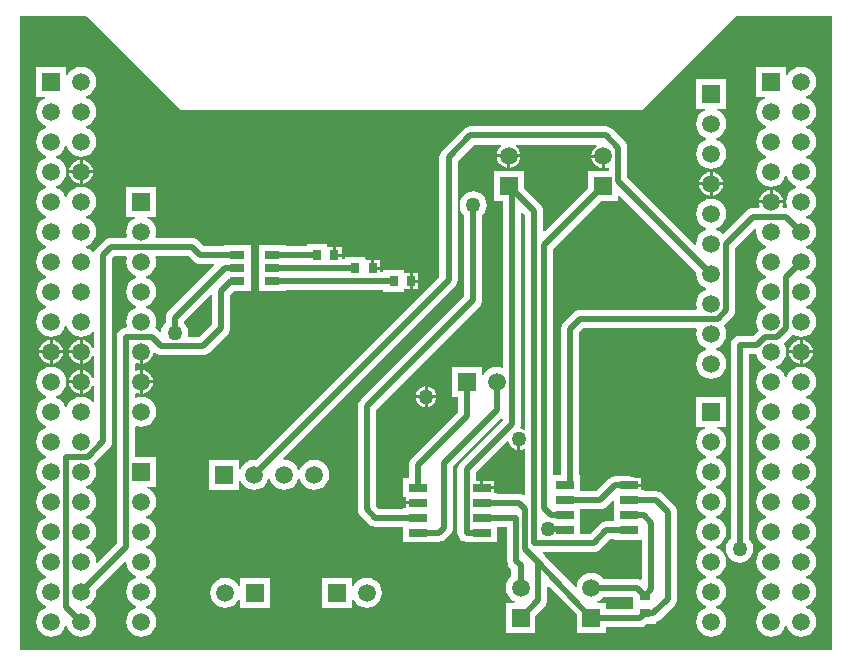
<source format=gtl>
G04*
G04 #@! TF.GenerationSoftware,Altium Limited,Altium Designer,18.1.6 (161)*
G04*
G04 Layer_Physical_Order=1*
G04 Layer_Color=255*
%FSLAX25Y25*%
%MOIN*%
G70*
G01*
G75*
%ADD14R,0.06004X0.02559*%
%ADD15R,0.03543X0.02756*%
%ADD16R,0.05118X0.02756*%
%ADD17R,0.02756X0.03543*%
%ADD26C,0.02000*%
%ADD27R,0.05906X0.05906*%
%ADD28C,0.05906*%
%ADD29R,0.05906X0.05906*%
%ADD30C,0.05000*%
G36*
X273042Y2549D02*
X2549D01*
Y213986D01*
X24535D01*
X52332Y186190D01*
X55284Y183237D01*
X55284Y183237D01*
X55284Y183237D01*
X55664Y182983D01*
X56111Y182685D01*
X56111Y182685D01*
X56111Y182684D01*
X56541Y182599D01*
X57086Y182490D01*
X57087Y182490D01*
X57087Y182490D01*
X208661D01*
X209637Y182684D01*
X210464Y183237D01*
X218338Y191111D01*
X241213Y213986D01*
X273042D01*
Y2549D01*
D02*
G37*
%LPC*%
G36*
X262795Y196964D02*
X261502Y196794D01*
X260297Y196295D01*
X259263Y195501D01*
X258469Y194466D01*
X258248Y193933D01*
X257748Y194032D01*
Y196921D01*
X247843D01*
Y187016D01*
X250732D01*
X250831Y186516D01*
X250297Y186295D01*
X249263Y185501D01*
X248469Y184466D01*
X247970Y183262D01*
X247800Y181969D01*
X247970Y180676D01*
X248469Y179471D01*
X249263Y178436D01*
X250297Y177642D01*
X251271Y177239D01*
Y176698D01*
X250297Y176295D01*
X249263Y175501D01*
X248469Y174466D01*
X247970Y173261D01*
X247800Y171969D01*
X247970Y170676D01*
X248469Y169471D01*
X249263Y168436D01*
X250297Y167642D01*
X251271Y167239D01*
Y166698D01*
X250297Y166295D01*
X249263Y165501D01*
X248469Y164466D01*
X247970Y163261D01*
X247800Y161969D01*
X247970Y160676D01*
X248469Y159471D01*
X249263Y158436D01*
X250297Y157642D01*
X251502Y157143D01*
X252795Y156973D01*
X254088Y157143D01*
X255293Y157642D01*
X256328Y158436D01*
X257121Y159471D01*
X257525Y160444D01*
X258066D01*
X258469Y159471D01*
X259263Y158436D01*
X260297Y157642D01*
X261271Y157239D01*
Y156698D01*
X260297Y156295D01*
X259263Y155501D01*
X258469Y154466D01*
X257970Y153261D01*
X257800Y151969D01*
X257970Y150676D01*
X258075Y150422D01*
X257961Y150273D01*
X257698Y150026D01*
X256719D01*
X256441Y150442D01*
X256646Y150937D01*
X256716Y151469D01*
X252795D01*
Y151969D01*
D01*
Y151469D01*
X248874D01*
X248944Y150937D01*
X249149Y150442D01*
X248871Y150026D01*
X246900D01*
X246117Y149923D01*
X245387Y149620D01*
X244760Y149140D01*
X244760Y149140D01*
X236933Y141313D01*
X236435Y141346D01*
X236328Y141485D01*
X235293Y142279D01*
X234320Y142682D01*
Y143223D01*
X235293Y143626D01*
X236328Y144420D01*
X237121Y145455D01*
X237620Y146660D01*
X237791Y147953D01*
X237620Y149246D01*
X237121Y150450D01*
X236328Y151485D01*
X235293Y152279D01*
X234088Y152778D01*
X232795Y152948D01*
X231502Y152778D01*
X230297Y152279D01*
X229263Y151485D01*
X228469Y150450D01*
X227970Y149246D01*
X227800Y147953D01*
X227970Y146660D01*
X228469Y145455D01*
X229263Y144420D01*
X230297Y143626D01*
X231271Y143223D01*
Y142682D01*
X230297Y142279D01*
X229263Y141485D01*
X228469Y140450D01*
X227970Y139245D01*
X227800Y137953D01*
X227808Y137889D01*
X227360Y137667D01*
X204926Y160101D01*
Y170000D01*
X204926Y170000D01*
X204823Y170783D01*
X204521Y171513D01*
X204040Y172140D01*
X204040Y172140D01*
X199940Y176240D01*
X199313Y176720D01*
X198583Y177023D01*
X197800Y177126D01*
X152500D01*
X152500Y177126D01*
X151717Y177023D01*
X150987Y176720D01*
X150360Y176240D01*
X143160Y169040D01*
X142680Y168413D01*
X142377Y167683D01*
X142274Y166900D01*
Y127026D01*
X81184Y65936D01*
X80551Y66019D01*
X79258Y65849D01*
X78053Y65350D01*
X77019Y64556D01*
X76225Y63521D01*
X76004Y62988D01*
X75504Y63087D01*
Y65976D01*
X65598D01*
Y56071D01*
X75504D01*
Y58960D01*
X76004Y59060D01*
X76225Y58526D01*
X77019Y57491D01*
X78053Y56697D01*
X79258Y56198D01*
X80551Y56028D01*
X81844Y56198D01*
X83049Y56697D01*
X84083Y57491D01*
X84877Y58526D01*
X85281Y59499D01*
X85822D01*
X86225Y58526D01*
X87019Y57491D01*
X88054Y56697D01*
X89258Y56198D01*
X90551Y56028D01*
X91844Y56198D01*
X93049Y56697D01*
X94083Y57491D01*
X94877Y58526D01*
X95281Y59499D01*
X95822D01*
X96225Y58526D01*
X97019Y57491D01*
X98053Y56697D01*
X99258Y56198D01*
X100551Y56028D01*
X101844Y56198D01*
X103049Y56697D01*
X104084Y57491D01*
X104877Y58526D01*
X105377Y59731D01*
X105547Y61024D01*
X105377Y62317D01*
X104877Y63521D01*
X104084Y64556D01*
X103049Y65350D01*
X101844Y65849D01*
X100551Y66019D01*
X99258Y65849D01*
X98053Y65350D01*
X97019Y64556D01*
X96225Y63521D01*
X95822Y62548D01*
X95281D01*
X94877Y63521D01*
X94083Y64556D01*
X93049Y65350D01*
X91844Y65849D01*
X90551Y66019D01*
X90487Y66011D01*
X90266Y66459D01*
X147440Y123633D01*
X147921Y124259D01*
X148223Y124989D01*
X148326Y125772D01*
Y165647D01*
X153753Y171074D01*
X162929D01*
X163099Y170574D01*
X162535Y170142D01*
X161902Y169316D01*
X161503Y168355D01*
X161433Y167823D01*
X165354D01*
X169275D01*
X169205Y168355D01*
X168807Y169316D01*
X168174Y170142D01*
X167610Y170574D01*
X167780Y171074D01*
X194527D01*
X194697Y170574D01*
X194031Y170063D01*
X193398Y169238D01*
X192999Y168276D01*
X192929Y167744D01*
X196850D01*
Y167244D01*
X197350D01*
Y163323D01*
X197882Y163393D01*
X198374Y163597D01*
X198874Y163263D01*
Y162197D01*
X191898D01*
Y156571D01*
X177388Y142061D01*
X176926Y142252D01*
Y148777D01*
X176823Y149560D01*
X176521Y150290D01*
X176040Y150917D01*
X170307Y156649D01*
Y162276D01*
X160402D01*
Y152370D01*
X163374D01*
Y96969D01*
X162958Y96691D01*
X162710Y96794D01*
X161417Y96964D01*
X160124Y96794D01*
X158920Y96295D01*
X157885Y95501D01*
X157091Y94466D01*
X156870Y93933D01*
X156370Y94032D01*
Y96921D01*
X146465D01*
Y87016D01*
X148391D01*
Y81804D01*
X132853Y66266D01*
X132372Y65639D01*
X132069Y64909D01*
X131966Y64126D01*
Y59992D01*
X129990D01*
Y53433D01*
X130990D01*
Y52213D01*
X134992D01*
Y51213D01*
X130990D01*
Y49992D01*
X129990D01*
Y49738D01*
X122120D01*
X121136Y50722D01*
Y82557D01*
X155683Y117104D01*
X156164Y117730D01*
X156466Y118460D01*
X156569Y119243D01*
X156569Y119243D01*
Y147550D01*
X156753Y147691D01*
X157474Y148631D01*
X157928Y149725D01*
X158082Y150900D01*
X157928Y152075D01*
X157474Y153169D01*
X156753Y154109D01*
X155813Y154831D01*
X154718Y155284D01*
X153543Y155439D01*
X152369Y155284D01*
X151274Y154831D01*
X150334Y154109D01*
X149613Y153169D01*
X149159Y152075D01*
X149004Y150900D01*
X149159Y149725D01*
X149613Y148631D01*
X150334Y147691D01*
X150517Y147550D01*
Y120497D01*
X115971Y85950D01*
X115490Y85323D01*
X115187Y84593D01*
X115084Y83810D01*
Y49469D01*
X115187Y48686D01*
X115490Y47956D01*
X115971Y47329D01*
X118727Y44573D01*
X119353Y44092D01*
X120083Y43790D01*
X120866Y43687D01*
X129990D01*
Y38433D01*
X139994D01*
Y38687D01*
X142106D01*
X142889Y38790D01*
X143619Y39092D01*
X144246Y39573D01*
X145840Y41168D01*
X146321Y41794D01*
X146624Y42524D01*
X146727Y43307D01*
Y63707D01*
X162864Y79845D01*
X163318Y79665D01*
X163360Y79239D01*
X149160Y65040D01*
X148679Y64413D01*
X148377Y63683D01*
X148274Y62900D01*
Y41713D01*
X148377Y40929D01*
X148679Y40200D01*
X149160Y39573D01*
X149787Y39092D01*
X150517Y38790D01*
X151300Y38687D01*
X151345D01*
Y38433D01*
X161349D01*
Y43687D01*
X164874D01*
Y32221D01*
X164977Y31437D01*
X165279Y30708D01*
X165760Y30081D01*
X166265Y29576D01*
Y27240D01*
X165759Y26851D01*
X164965Y25817D01*
X164466Y24612D01*
X164296Y23319D01*
X164466Y22026D01*
X164965Y20821D01*
X165759Y19787D01*
X166794Y18993D01*
X167327Y18772D01*
X167228Y18272D01*
X164339D01*
Y8366D01*
X174244D01*
Y13993D01*
X177336Y17085D01*
X177817Y17712D01*
X178120Y18441D01*
X178223Y19225D01*
X178223Y19225D01*
Y23742D01*
X178687Y23927D01*
X187961Y14145D01*
Y8366D01*
X197866D01*
Y10293D01*
X209185D01*
X209607Y10349D01*
X209968Y10396D01*
X209968Y10396D01*
X209968Y10396D01*
X210299Y10533D01*
X210698Y10699D01*
X210698Y10699D01*
X210698Y10699D01*
X210929Y10876D01*
X211325Y11179D01*
X211531Y11386D01*
X214402D01*
Y11856D01*
X215096Y12143D01*
X215722Y12624D01*
X220644Y17545D01*
X221125Y18172D01*
X221427Y18902D01*
X221530Y19685D01*
X221530Y19685D01*
Y48563D01*
X221427Y49346D01*
X221125Y50076D01*
X220644Y50703D01*
X216706Y54640D01*
X216080Y55121D01*
X215350Y55423D01*
X214567Y55526D01*
X210561D01*
Y55780D01*
X209561D01*
Y57000D01*
X205559D01*
Y58000D01*
X209561D01*
Y59780D01*
X207516D01*
X207072Y60121D01*
X206342Y60423D01*
X205559Y60526D01*
X200800D01*
X200800Y60526D01*
X200017Y60423D01*
X199287Y60121D01*
X198660Y59640D01*
X194547Y55526D01*
X189207D01*
Y60780D01*
X188926D01*
Y108446D01*
X190453Y109974D01*
X227822D01*
X228099Y109558D01*
X227970Y109246D01*
X227800Y107953D01*
X227970Y106660D01*
X228469Y105455D01*
X229263Y104420D01*
X230297Y103626D01*
X231271Y103223D01*
Y102682D01*
X230297Y102279D01*
X229263Y101485D01*
X228469Y100450D01*
X227970Y99246D01*
X227800Y97953D01*
X227970Y96660D01*
X228469Y95455D01*
X229263Y94420D01*
X230297Y93626D01*
X231502Y93127D01*
X232795Y92957D01*
X234088Y93127D01*
X235293Y93626D01*
X236328Y94420D01*
X237121Y95455D01*
X237620Y96660D01*
X237791Y97953D01*
X237620Y99246D01*
X237121Y100450D01*
X236328Y101485D01*
X235293Y102279D01*
X234320Y102682D01*
Y103223D01*
X235293Y103626D01*
X236328Y104420D01*
X237121Y105455D01*
X237620Y106660D01*
X237791Y107953D01*
X237620Y109246D01*
X237121Y110450D01*
X236930Y110699D01*
X237140Y110860D01*
X239940Y113660D01*
X240421Y114287D01*
X240723Y115017D01*
X240774Y115408D01*
X240826Y115800D01*
X240826Y115800D01*
Y136647D01*
X247469Y143290D01*
X247943Y143057D01*
X247800Y141969D01*
X247970Y140676D01*
X248469Y139471D01*
X249263Y138436D01*
X250297Y137642D01*
X251271Y137239D01*
Y136698D01*
X250297Y136295D01*
X249263Y135501D01*
X248469Y134466D01*
X247970Y133262D01*
X247800Y131969D01*
X247970Y130676D01*
X248469Y129471D01*
X249263Y128436D01*
X250297Y127642D01*
X251271Y127239D01*
Y126698D01*
X250297Y126295D01*
X249263Y125501D01*
X248469Y124466D01*
X247970Y123261D01*
X247800Y121969D01*
X247970Y120676D01*
X248469Y119471D01*
X249263Y118436D01*
X250297Y117642D01*
X251271Y117239D01*
Y116698D01*
X250297Y116295D01*
X249263Y115501D01*
X248469Y114466D01*
X247970Y113261D01*
X247800Y111969D01*
X247970Y110676D01*
X248469Y109471D01*
X248630Y109261D01*
X248604Y109061D01*
X246843Y107300D01*
X242326D01*
X241543Y107197D01*
X240813Y106895D01*
X240186Y106414D01*
X239705Y105787D01*
X239403Y105057D01*
X239300Y104274D01*
Y39645D01*
X239116Y39504D01*
X238395Y38564D01*
X237942Y37470D01*
X237787Y36295D01*
X237942Y35120D01*
X238395Y34025D01*
X239116Y33085D01*
X240056Y32364D01*
X241151Y31911D01*
X242326Y31756D01*
X243501Y31911D01*
X244595Y32364D01*
X245535Y33085D01*
X246257Y34025D01*
X246710Y35120D01*
X246865Y36295D01*
X246710Y37470D01*
X246257Y38564D01*
X245535Y39504D01*
X245352Y39645D01*
Y101248D01*
X247895D01*
X247970Y100676D01*
X248469Y99471D01*
X249263Y98436D01*
X250297Y97642D01*
X251271Y97239D01*
Y96698D01*
X250297Y96295D01*
X249263Y95501D01*
X248469Y94466D01*
X247970Y93261D01*
X247800Y91969D01*
X247970Y90676D01*
X248469Y89471D01*
X249263Y88436D01*
X250297Y87642D01*
X251271Y87239D01*
Y86698D01*
X250297Y86295D01*
X249263Y85501D01*
X248469Y84466D01*
X247970Y83262D01*
X247800Y81969D01*
X247970Y80676D01*
X248469Y79471D01*
X249263Y78436D01*
X250297Y77642D01*
X251271Y77239D01*
Y76698D01*
X250297Y76295D01*
X249263Y75501D01*
X248469Y74466D01*
X247970Y73261D01*
X247800Y71969D01*
X247970Y70676D01*
X248469Y69471D01*
X249263Y68436D01*
X250297Y67642D01*
X251271Y67239D01*
Y66698D01*
X250297Y66295D01*
X249263Y65501D01*
X248469Y64466D01*
X247970Y63261D01*
X247800Y61969D01*
X247970Y60676D01*
X248469Y59471D01*
X249263Y58436D01*
X250297Y57642D01*
X251271Y57239D01*
Y56698D01*
X250297Y56295D01*
X249263Y55501D01*
X248469Y54466D01*
X247970Y53262D01*
X247800Y51969D01*
X247970Y50676D01*
X248469Y49471D01*
X249263Y48436D01*
X250297Y47642D01*
X251271Y47239D01*
Y46698D01*
X250297Y46295D01*
X249263Y45501D01*
X248469Y44466D01*
X247970Y43262D01*
X247800Y41969D01*
X247970Y40676D01*
X248469Y39471D01*
X249263Y38436D01*
X250297Y37642D01*
X251271Y37239D01*
Y36698D01*
X250297Y36295D01*
X249263Y35501D01*
X248469Y34466D01*
X247970Y33261D01*
X247800Y31969D01*
X247970Y30676D01*
X248469Y29471D01*
X249263Y28436D01*
X250297Y27642D01*
X251271Y27239D01*
Y26698D01*
X250297Y26295D01*
X249263Y25501D01*
X248469Y24466D01*
X247970Y23261D01*
X247800Y21969D01*
X247970Y20676D01*
X248469Y19471D01*
X249263Y18436D01*
X250297Y17642D01*
X251271Y17239D01*
Y16698D01*
X250297Y16295D01*
X249263Y15501D01*
X248469Y14466D01*
X247970Y13262D01*
X247800Y11969D01*
X247970Y10676D01*
X248469Y9471D01*
X249263Y8436D01*
X250297Y7642D01*
X251502Y7143D01*
X252795Y6973D01*
X254088Y7143D01*
X255293Y7642D01*
X256328Y8436D01*
X257121Y9471D01*
X257525Y10444D01*
X258066D01*
X258469Y9471D01*
X259263Y8436D01*
X260297Y7642D01*
X261502Y7143D01*
X262795Y6973D01*
X264088Y7143D01*
X265293Y7642D01*
X266328Y8436D01*
X267121Y9471D01*
X267620Y10676D01*
X267791Y11969D01*
X267620Y13262D01*
X267121Y14466D01*
X266328Y15501D01*
X265293Y16295D01*
X264320Y16698D01*
Y17239D01*
X265293Y17642D01*
X266328Y18436D01*
X267121Y19471D01*
X267620Y20676D01*
X267791Y21969D01*
X267620Y23261D01*
X267121Y24466D01*
X266328Y25501D01*
X265293Y26295D01*
X264320Y26698D01*
Y27239D01*
X265293Y27642D01*
X266328Y28436D01*
X267121Y29471D01*
X267620Y30676D01*
X267791Y31969D01*
X267620Y33261D01*
X267121Y34466D01*
X266328Y35501D01*
X265293Y36295D01*
X264320Y36698D01*
Y37239D01*
X265293Y37642D01*
X266328Y38436D01*
X267121Y39471D01*
X267620Y40676D01*
X267791Y41969D01*
X267620Y43262D01*
X267121Y44466D01*
X266328Y45501D01*
X265293Y46295D01*
X264320Y46698D01*
Y47239D01*
X265293Y47642D01*
X266328Y48436D01*
X267121Y49471D01*
X267620Y50676D01*
X267791Y51969D01*
X267620Y53262D01*
X267121Y54466D01*
X266328Y55501D01*
X265293Y56295D01*
X264320Y56698D01*
Y57239D01*
X265293Y57642D01*
X266328Y58436D01*
X267121Y59471D01*
X267620Y60676D01*
X267791Y61969D01*
X267620Y63261D01*
X267121Y64466D01*
X266328Y65501D01*
X265293Y66295D01*
X264320Y66698D01*
Y67239D01*
X265293Y67642D01*
X266328Y68436D01*
X267121Y69471D01*
X267620Y70676D01*
X267791Y71969D01*
X267620Y73261D01*
X267121Y74466D01*
X266328Y75501D01*
X265293Y76295D01*
X264320Y76698D01*
Y77239D01*
X265293Y77642D01*
X266328Y78436D01*
X267121Y79471D01*
X267620Y80676D01*
X267791Y81969D01*
X267620Y83262D01*
X267121Y84466D01*
X266328Y85501D01*
X265293Y86295D01*
X264320Y86698D01*
Y87239D01*
X265293Y87642D01*
X266328Y88436D01*
X267121Y89471D01*
X267620Y90676D01*
X267791Y91969D01*
X267620Y93261D01*
X267121Y94466D01*
X266328Y95501D01*
X265293Y96295D01*
X264088Y96794D01*
X262795Y96964D01*
X261502Y96794D01*
X260297Y96295D01*
X259263Y95501D01*
X258469Y94466D01*
X258066Y93493D01*
X257525D01*
X257121Y94466D01*
X256328Y95501D01*
X255293Y96295D01*
X254320Y96698D01*
Y97239D01*
X255293Y97642D01*
X256328Y98436D01*
X257121Y99471D01*
X257621Y100676D01*
X257791Y101969D01*
X257621Y103261D01*
X257121Y104466D01*
X256947Y104694D01*
X257061Y104782D01*
X259940Y107660D01*
X260064Y107822D01*
X260297Y107642D01*
X261502Y107143D01*
X262795Y106973D01*
X264088Y107143D01*
X265293Y107642D01*
X266328Y108436D01*
X267121Y109471D01*
X267620Y110676D01*
X267791Y111969D01*
X267620Y113261D01*
X267121Y114466D01*
X266328Y115501D01*
X265293Y116295D01*
X264320Y116698D01*
Y117239D01*
X265293Y117642D01*
X266328Y118436D01*
X267121Y119471D01*
X267620Y120676D01*
X267791Y121969D01*
X267620Y123261D01*
X267121Y124466D01*
X266328Y125501D01*
X265293Y126295D01*
X264320Y126698D01*
Y127239D01*
X265293Y127642D01*
X266328Y128436D01*
X267121Y129471D01*
X267620Y130676D01*
X267791Y131969D01*
X267620Y133262D01*
X267121Y134466D01*
X266328Y135501D01*
X265293Y136295D01*
X264320Y136698D01*
Y137239D01*
X265293Y137642D01*
X266328Y138436D01*
X267121Y139471D01*
X267620Y140676D01*
X267791Y141969D01*
X267620Y143262D01*
X267121Y144466D01*
X266328Y145501D01*
X265293Y146295D01*
X264320Y146698D01*
Y147239D01*
X265293Y147642D01*
X266328Y148436D01*
X267121Y149471D01*
X267620Y150676D01*
X267791Y151969D01*
X267620Y153261D01*
X267121Y154466D01*
X266328Y155501D01*
X265293Y156295D01*
X264320Y156698D01*
Y157239D01*
X265293Y157642D01*
X266328Y158436D01*
X267121Y159471D01*
X267620Y160676D01*
X267791Y161969D01*
X267620Y163261D01*
X267121Y164466D01*
X266328Y165501D01*
X265293Y166295D01*
X264320Y166698D01*
Y167239D01*
X265293Y167642D01*
X266328Y168436D01*
X267121Y169471D01*
X267620Y170676D01*
X267791Y171969D01*
X267620Y173261D01*
X267121Y174466D01*
X266328Y175501D01*
X265293Y176295D01*
X264320Y176698D01*
Y177239D01*
X265293Y177642D01*
X266328Y178436D01*
X267121Y179471D01*
X267620Y180676D01*
X267791Y181969D01*
X267620Y183262D01*
X267121Y184466D01*
X266328Y185501D01*
X265293Y186295D01*
X264320Y186698D01*
Y187239D01*
X265293Y187642D01*
X266328Y188436D01*
X267121Y189471D01*
X267620Y190676D01*
X267791Y191969D01*
X267620Y193262D01*
X267121Y194466D01*
X266328Y195501D01*
X265293Y196295D01*
X264088Y196794D01*
X262795Y196964D01*
D02*
G37*
G36*
X22795D02*
X21502Y196794D01*
X20298Y196295D01*
X19263Y195501D01*
X18469Y194466D01*
X18248Y193933D01*
X17748Y194032D01*
Y196921D01*
X7842D01*
Y187016D01*
X10732D01*
X10831Y186516D01*
X10298Y186295D01*
X9263Y185501D01*
X8469Y184466D01*
X7970Y183262D01*
X7800Y181969D01*
X7970Y180676D01*
X8469Y179471D01*
X9263Y178436D01*
X10298Y177642D01*
X11271Y177239D01*
Y176698D01*
X10298Y176295D01*
X9263Y175501D01*
X8469Y174466D01*
X7970Y173261D01*
X7800Y171969D01*
X7970Y170676D01*
X8469Y169471D01*
X9263Y168436D01*
X10298Y167642D01*
X11271Y167239D01*
Y166698D01*
X10298Y166295D01*
X9263Y165501D01*
X8469Y164466D01*
X7970Y163261D01*
X7800Y161969D01*
X7970Y160676D01*
X8469Y159471D01*
X9263Y158436D01*
X10298Y157642D01*
X11271Y157239D01*
Y156698D01*
X10298Y156295D01*
X9263Y155501D01*
X8469Y154466D01*
X7970Y153261D01*
X7800Y151969D01*
X7970Y150676D01*
X8469Y149471D01*
X9263Y148436D01*
X10298Y147642D01*
X11271Y147239D01*
Y146698D01*
X10298Y146295D01*
X9263Y145501D01*
X8469Y144466D01*
X7970Y143262D01*
X7800Y141969D01*
X7970Y140676D01*
X8469Y139471D01*
X9263Y138436D01*
X10298Y137642D01*
X11271Y137239D01*
Y136698D01*
X10298Y136295D01*
X9263Y135501D01*
X8469Y134466D01*
X7970Y133262D01*
X7800Y131969D01*
X7970Y130676D01*
X8469Y129471D01*
X9263Y128436D01*
X10298Y127642D01*
X11271Y127239D01*
Y126698D01*
X10298Y126295D01*
X9263Y125501D01*
X8469Y124466D01*
X7970Y123261D01*
X7800Y121969D01*
X7970Y120676D01*
X8469Y119471D01*
X9263Y118436D01*
X10298Y117642D01*
X11271Y117239D01*
Y116698D01*
X10298Y116295D01*
X9263Y115501D01*
X8469Y114466D01*
X7970Y113261D01*
X7800Y111969D01*
X7970Y110676D01*
X8469Y109471D01*
X9263Y108436D01*
X10298Y107642D01*
X11502Y107143D01*
X12795Y106973D01*
X14088Y107143D01*
X15293Y107642D01*
X16328Y108436D01*
X17121Y109471D01*
X17525Y110444D01*
X18066D01*
X18469Y109471D01*
X19263Y108436D01*
X20298Y107642D01*
X21502Y107143D01*
X22795Y106973D01*
X24088Y107143D01*
X25293Y107642D01*
X26327Y108436D01*
X26674Y108888D01*
X27174Y108718D01*
Y102821D01*
X26674Y102789D01*
X26646Y103000D01*
X26248Y103962D01*
X25614Y104788D01*
X24789Y105421D01*
X23827Y105820D01*
X23295Y105890D01*
Y101969D01*
Y98048D01*
X23827Y98118D01*
X24789Y98516D01*
X25614Y99150D01*
X26248Y99975D01*
X26646Y100937D01*
X26674Y101149D01*
X27174Y101116D01*
Y92821D01*
X26674Y92789D01*
X26646Y93001D01*
X26248Y93962D01*
X25614Y94788D01*
X24789Y95421D01*
X23827Y95820D01*
X23295Y95890D01*
Y91969D01*
Y88048D01*
X23827Y88118D01*
X24789Y88516D01*
X25614Y89149D01*
X26248Y89975D01*
X26646Y90937D01*
X26674Y91149D01*
X27174Y91116D01*
Y85219D01*
X26674Y85049D01*
X26327Y85501D01*
X25293Y86295D01*
X24088Y86794D01*
X22795Y86964D01*
X21502Y86794D01*
X20298Y86295D01*
X19263Y85501D01*
X18469Y84466D01*
X18066Y83493D01*
X17525D01*
X17121Y84466D01*
X16328Y85501D01*
X15293Y86295D01*
X14320Y86698D01*
Y87239D01*
X15293Y87642D01*
X16328Y88436D01*
X17121Y89471D01*
X17620Y90676D01*
X17791Y91969D01*
X17620Y93261D01*
X17121Y94466D01*
X16328Y95501D01*
X15293Y96295D01*
X14088Y96794D01*
X12795Y96964D01*
X11502Y96794D01*
X10298Y96295D01*
X9263Y95501D01*
X8469Y94466D01*
X7970Y93261D01*
X7800Y91969D01*
X7970Y90676D01*
X8469Y89471D01*
X9263Y88436D01*
X10298Y87642D01*
X11271Y87239D01*
Y86698D01*
X10298Y86295D01*
X9263Y85501D01*
X8469Y84466D01*
X7970Y83262D01*
X7800Y81969D01*
X7970Y80676D01*
X8469Y79471D01*
X9263Y78436D01*
X10298Y77642D01*
X11271Y77239D01*
Y76698D01*
X10298Y76295D01*
X9263Y75501D01*
X8469Y74466D01*
X7970Y73261D01*
X7800Y71969D01*
X7970Y70676D01*
X8469Y69471D01*
X9263Y68436D01*
X10298Y67642D01*
X11271Y67239D01*
Y66698D01*
X10298Y66295D01*
X9263Y65501D01*
X8469Y64466D01*
X7970Y63261D01*
X7800Y61969D01*
X7970Y60676D01*
X8469Y59471D01*
X9263Y58436D01*
X10298Y57642D01*
X11271Y57239D01*
Y56698D01*
X10298Y56295D01*
X9263Y55501D01*
X8469Y54466D01*
X7970Y53262D01*
X7800Y51969D01*
X7970Y50676D01*
X8469Y49471D01*
X9263Y48436D01*
X10298Y47642D01*
X11271Y47239D01*
Y46698D01*
X10298Y46295D01*
X9263Y45501D01*
X8469Y44466D01*
X7970Y43262D01*
X7800Y41969D01*
X7970Y40676D01*
X8469Y39471D01*
X9263Y38436D01*
X10298Y37642D01*
X11271Y37239D01*
Y36698D01*
X10298Y36295D01*
X9263Y35501D01*
X8469Y34466D01*
X7970Y33261D01*
X7800Y31969D01*
X7970Y30676D01*
X8469Y29471D01*
X9263Y28436D01*
X10298Y27642D01*
X11271Y27239D01*
Y26698D01*
X10298Y26295D01*
X9263Y25501D01*
X8469Y24466D01*
X7970Y23261D01*
X7800Y21969D01*
X7970Y20676D01*
X8469Y19471D01*
X9263Y18436D01*
X10298Y17642D01*
X11271Y17239D01*
Y16698D01*
X10298Y16295D01*
X9263Y15501D01*
X8469Y14466D01*
X7970Y13262D01*
X7800Y11969D01*
X7970Y10676D01*
X8469Y9471D01*
X9263Y8436D01*
X10298Y7642D01*
X11502Y7143D01*
X12795Y6973D01*
X14088Y7143D01*
X15293Y7642D01*
X16328Y8436D01*
X17121Y9471D01*
X17525Y10444D01*
X18066D01*
X18469Y9471D01*
X19263Y8436D01*
X20298Y7642D01*
X21502Y7143D01*
X22795Y6973D01*
X24088Y7143D01*
X25293Y7642D01*
X26327Y8436D01*
X27121Y9471D01*
X27621Y10676D01*
X27791Y11969D01*
X27621Y13262D01*
X27121Y14466D01*
X26327Y15501D01*
X25293Y16295D01*
X24320Y16698D01*
Y17239D01*
X25293Y17642D01*
X26327Y18436D01*
X27121Y19471D01*
X27621Y20676D01*
X27791Y21969D01*
X27707Y22602D01*
X37360Y32254D01*
X37808Y32033D01*
X37800Y31969D01*
X37970Y30676D01*
X38469Y29471D01*
X39263Y28436D01*
X40297Y27642D01*
X41271Y27239D01*
Y26698D01*
X40297Y26295D01*
X39263Y25501D01*
X38469Y24466D01*
X37970Y23261D01*
X37800Y21969D01*
X37970Y20676D01*
X38469Y19471D01*
X39263Y18436D01*
X40297Y17642D01*
X41271Y17239D01*
Y16698D01*
X40297Y16295D01*
X39263Y15501D01*
X38469Y14466D01*
X37970Y13262D01*
X37800Y11969D01*
X37970Y10676D01*
X38469Y9471D01*
X39263Y8436D01*
X40297Y7642D01*
X41502Y7143D01*
X42795Y6973D01*
X44088Y7143D01*
X45293Y7642D01*
X46327Y8436D01*
X47121Y9471D01*
X47620Y10676D01*
X47791Y11969D01*
X47620Y13262D01*
X47121Y14466D01*
X46327Y15501D01*
X45293Y16295D01*
X44320Y16698D01*
Y17239D01*
X45293Y17642D01*
X46327Y18436D01*
X47121Y19471D01*
X47620Y20676D01*
X47791Y21969D01*
X47620Y23261D01*
X47121Y24466D01*
X46327Y25501D01*
X45293Y26295D01*
X44320Y26698D01*
Y27239D01*
X45293Y27642D01*
X46327Y28436D01*
X47121Y29471D01*
X47620Y30676D01*
X47791Y31969D01*
X47620Y33261D01*
X47121Y34466D01*
X46327Y35501D01*
X45293Y36295D01*
X44320Y36698D01*
Y37239D01*
X45293Y37642D01*
X46327Y38436D01*
X47121Y39471D01*
X47620Y40676D01*
X47791Y41969D01*
X47620Y43262D01*
X47121Y44466D01*
X46327Y45501D01*
X45293Y46295D01*
X44320Y46698D01*
Y47239D01*
X45293Y47642D01*
X46327Y48436D01*
X47121Y49471D01*
X47620Y50676D01*
X47791Y51969D01*
X47620Y53262D01*
X47121Y54466D01*
X46327Y55501D01*
X45293Y56295D01*
X44759Y56516D01*
X44859Y57016D01*
X47748D01*
Y66921D01*
X40826D01*
Y76973D01*
X41242Y77251D01*
X41502Y77143D01*
X42795Y76973D01*
X44088Y77143D01*
X45293Y77642D01*
X46327Y78436D01*
X47121Y79471D01*
X47620Y80676D01*
X47791Y81969D01*
X47620Y83262D01*
X47121Y84466D01*
X46327Y85501D01*
X45293Y86295D01*
X44088Y86794D01*
X42795Y86964D01*
X41502Y86794D01*
X41242Y86686D01*
X40826Y86964D01*
Y88056D01*
X41242Y88334D01*
X41763Y88118D01*
X42295Y88048D01*
Y91969D01*
Y95890D01*
X41763Y95820D01*
X41242Y95604D01*
X40826Y95881D01*
Y98056D01*
X41242Y98334D01*
X41763Y98118D01*
X42295Y98048D01*
Y101969D01*
X43295D01*
Y98048D01*
X43827Y98118D01*
X44789Y98516D01*
X45614Y99150D01*
X46248Y99975D01*
X46646Y100937D01*
X46736Y101616D01*
X47264Y101795D01*
X47405Y101653D01*
X48032Y101172D01*
X48762Y100870D01*
X49545Y100767D01*
X63429D01*
X64213Y100870D01*
X64942Y101172D01*
X65569Y101653D01*
X71658Y107742D01*
X71658Y107742D01*
X72139Y108369D01*
X72441Y109098D01*
X72544Y109881D01*
Y121065D01*
X73692Y122213D01*
X79461D01*
Y126543D01*
Y130874D01*
Y137630D01*
X70343D01*
Y137278D01*
X63753D01*
X61892Y139140D01*
X61265Y139620D01*
X60535Y139923D01*
X59752Y140026D01*
X47801D01*
X47523Y140442D01*
X47620Y140676D01*
X47791Y141969D01*
X47620Y143262D01*
X47121Y144466D01*
X46327Y145501D01*
X45293Y146295D01*
X44759Y146516D01*
X44859Y147016D01*
X47748D01*
Y156921D01*
X37843D01*
Y147016D01*
X40732D01*
X40831Y146516D01*
X40297Y146295D01*
X39263Y145501D01*
X38469Y144466D01*
X37970Y143262D01*
X37800Y141969D01*
X37970Y140676D01*
X38067Y140442D01*
X37789Y140026D01*
X32800D01*
X32800Y140026D01*
X32017Y139923D01*
X31287Y139620D01*
X30660Y139140D01*
X30660Y139140D01*
X28060Y136540D01*
X27580Y135913D01*
X27277Y135183D01*
X27266Y135099D01*
X26743Y134959D01*
X26327Y135501D01*
X25293Y136295D01*
X24320Y136698D01*
Y137239D01*
X25293Y137642D01*
X26327Y138436D01*
X27121Y139471D01*
X27621Y140676D01*
X27791Y141969D01*
X27621Y143262D01*
X27121Y144466D01*
X26327Y145501D01*
X25293Y146295D01*
X24320Y146698D01*
Y147239D01*
X25293Y147642D01*
X26327Y148436D01*
X27121Y149471D01*
X27621Y150676D01*
X27791Y151969D01*
X27621Y153261D01*
X27121Y154466D01*
X26327Y155501D01*
X25293Y156295D01*
X24088Y156794D01*
X22795Y156964D01*
X21502Y156794D01*
X20298Y156295D01*
X19263Y155501D01*
X18469Y154466D01*
X18066Y153493D01*
X17525D01*
X17121Y154466D01*
X16328Y155501D01*
X15293Y156295D01*
X14320Y156698D01*
Y157239D01*
X15293Y157642D01*
X16328Y158436D01*
X17121Y159471D01*
X17620Y160676D01*
X17791Y161969D01*
X17620Y163261D01*
X17121Y164466D01*
X16328Y165501D01*
X15293Y166295D01*
X14320Y166698D01*
Y167239D01*
X15293Y167642D01*
X16328Y168436D01*
X17121Y169471D01*
X17525Y170444D01*
X18066D01*
X18469Y169471D01*
X19263Y168436D01*
X20298Y167642D01*
X21502Y167143D01*
X22795Y166973D01*
X24088Y167143D01*
X25293Y167642D01*
X26327Y168436D01*
X27121Y169471D01*
X27621Y170676D01*
X27791Y171969D01*
X27621Y173261D01*
X27121Y174466D01*
X26327Y175501D01*
X25293Y176295D01*
X24320Y176698D01*
Y177239D01*
X25293Y177642D01*
X26327Y178436D01*
X27121Y179471D01*
X27621Y180676D01*
X27791Y181969D01*
X27621Y183262D01*
X27121Y184466D01*
X26327Y185501D01*
X25293Y186295D01*
X24320Y186698D01*
Y187239D01*
X25293Y187642D01*
X26327Y188436D01*
X27121Y189471D01*
X27621Y190676D01*
X27791Y191969D01*
X27621Y193262D01*
X27121Y194466D01*
X26327Y195501D01*
X25293Y196295D01*
X24088Y196794D01*
X22795Y196964D01*
D02*
G37*
G36*
X169275Y166823D02*
X165854D01*
Y163402D01*
X166386Y163472D01*
X167348Y163870D01*
X168174Y164504D01*
X168807Y165329D01*
X169205Y166291D01*
X169275Y166823D01*
D02*
G37*
G36*
X164854D02*
X161433D01*
X161503Y166291D01*
X161902Y165329D01*
X162535Y164504D01*
X163361Y163870D01*
X164322Y163472D01*
X164854Y163402D01*
Y166823D01*
D02*
G37*
G36*
X196350Y166744D02*
X192929D01*
X192999Y166212D01*
X193398Y165251D01*
X194031Y164425D01*
X194857Y163792D01*
X195818Y163393D01*
X196350Y163323D01*
Y166744D01*
D02*
G37*
G36*
X237748Y192905D02*
X227842D01*
Y183000D01*
X230732D01*
X230831Y182500D01*
X230297Y182279D01*
X229263Y181485D01*
X228469Y180450D01*
X227970Y179245D01*
X227800Y177953D01*
X227970Y176660D01*
X228469Y175455D01*
X229263Y174420D01*
X230297Y173626D01*
X231271Y173223D01*
Y172682D01*
X230297Y172279D01*
X229263Y171485D01*
X228469Y170450D01*
X227970Y169246D01*
X227800Y167953D01*
X227970Y166660D01*
X228469Y165455D01*
X229263Y164420D01*
X230297Y163626D01*
X231502Y163127D01*
X232795Y162957D01*
X234088Y163127D01*
X235293Y163626D01*
X236328Y164420D01*
X237121Y165455D01*
X237620Y166660D01*
X237791Y167953D01*
X237620Y169246D01*
X237121Y170450D01*
X236328Y171485D01*
X235293Y172279D01*
X234320Y172682D01*
Y173223D01*
X235293Y173626D01*
X236328Y174420D01*
X237121Y175455D01*
X237620Y176660D01*
X237791Y177953D01*
X237620Y179245D01*
X237121Y180450D01*
X236328Y181485D01*
X235293Y182279D01*
X234759Y182500D01*
X234859Y183000D01*
X237748D01*
Y192905D01*
D02*
G37*
G36*
X23295Y165890D02*
Y162469D01*
X26716D01*
X26646Y163001D01*
X26248Y163962D01*
X25614Y164788D01*
X24789Y165421D01*
X23827Y165820D01*
X23295Y165890D01*
D02*
G37*
G36*
X22295D02*
X21763Y165820D01*
X20802Y165421D01*
X19976Y164788D01*
X19342Y163962D01*
X18944Y163001D01*
X18874Y162469D01*
X22295D01*
Y165890D01*
D02*
G37*
G36*
X233295Y161874D02*
Y158453D01*
X236716D01*
X236646Y158984D01*
X236248Y159946D01*
X235614Y160772D01*
X234789Y161405D01*
X233827Y161804D01*
X233295Y161874D01*
D02*
G37*
G36*
X232295D02*
X231763Y161804D01*
X230802Y161405D01*
X229976Y160772D01*
X229343Y159946D01*
X228944Y158984D01*
X228874Y158453D01*
X232295D01*
Y161874D01*
D02*
G37*
G36*
X26716Y161469D02*
X23295D01*
Y158048D01*
X23827Y158118D01*
X24789Y158516D01*
X25614Y159150D01*
X26248Y159975D01*
X26646Y160937D01*
X26716Y161469D01*
D02*
G37*
G36*
X22295D02*
X18874D01*
X18944Y160937D01*
X19342Y159975D01*
X19976Y159150D01*
X20802Y158516D01*
X21763Y158118D01*
X22295Y158048D01*
Y161469D01*
D02*
G37*
G36*
X236716Y157453D02*
X233295D01*
Y154032D01*
X233827Y154102D01*
X234789Y154500D01*
X235614Y155133D01*
X236248Y155959D01*
X236646Y156921D01*
X236716Y157453D01*
D02*
G37*
G36*
X232295D02*
X228874D01*
X228944Y156921D01*
X229343Y155959D01*
X229976Y155133D01*
X230802Y154500D01*
X231763Y154102D01*
X232295Y154032D01*
Y157453D01*
D02*
G37*
G36*
X253295Y155890D02*
Y152469D01*
X256716D01*
X256646Y153000D01*
X256248Y153962D01*
X255614Y154788D01*
X254789Y155421D01*
X253827Y155820D01*
X253295Y155890D01*
D02*
G37*
G36*
X252295D02*
X251763Y155820D01*
X250802Y155421D01*
X249976Y154788D01*
X249342Y153962D01*
X248944Y153000D01*
X248874Y152469D01*
X252295D01*
Y155890D01*
D02*
G37*
G36*
X104756Y138024D02*
X98000D01*
Y137278D01*
X91075D01*
Y137630D01*
X81957D01*
Y130874D01*
Y126543D01*
Y122213D01*
X91075D01*
Y122565D01*
X123591D01*
Y121819D01*
X130347D01*
Y122381D01*
X130496Y122819D01*
X130847Y122819D01*
X132374D01*
Y125591D01*
Y128362D01*
X130496Y128362D01*
X130347Y128800D01*
Y129362D01*
X123591D01*
Y128616D01*
X122457D01*
Y129421D01*
X120079D01*
Y129921D01*
X119579D01*
Y132693D01*
X117701D01*
X117551Y133131D01*
Y133693D01*
X110795D01*
Y132947D01*
X109661D01*
Y133752D01*
X107283D01*
Y134252D01*
X106783D01*
Y137024D01*
X104905D01*
X104756Y137462D01*
Y138024D01*
D02*
G37*
G36*
X107783Y137024D02*
Y134752D01*
X109661D01*
Y137024D01*
X107783D01*
D02*
G37*
G36*
X120579Y132693D02*
Y130421D01*
X122457D01*
Y132693D01*
X120579D01*
D02*
G37*
G36*
X133374Y128362D02*
Y126091D01*
X135252D01*
Y128362D01*
X133374D01*
D02*
G37*
G36*
X135252Y125091D02*
X133374D01*
Y122819D01*
X135252D01*
Y125091D01*
D02*
G37*
G36*
X263295Y105890D02*
Y102469D01*
X266716D01*
X266646Y103000D01*
X266248Y103962D01*
X265614Y104788D01*
X264789Y105421D01*
X263827Y105820D01*
X263295Y105890D01*
D02*
G37*
G36*
X13295D02*
Y102469D01*
X16716D01*
X16646Y103000D01*
X16248Y103962D01*
X15614Y104788D01*
X14789Y105421D01*
X13827Y105820D01*
X13295Y105890D01*
D02*
G37*
G36*
X262295D02*
X261763Y105820D01*
X260802Y105421D01*
X259976Y104788D01*
X259343Y103962D01*
X258944Y103000D01*
X258874Y102469D01*
X262295D01*
Y105890D01*
D02*
G37*
G36*
X22295D02*
X21763Y105820D01*
X20802Y105421D01*
X19976Y104788D01*
X19342Y103962D01*
X18944Y103000D01*
X18874Y102469D01*
X22295D01*
Y105890D01*
D02*
G37*
G36*
X12295D02*
X11763Y105820D01*
X10802Y105421D01*
X9976Y104788D01*
X9342Y103962D01*
X8944Y103000D01*
X8874Y102469D01*
X12295D01*
Y105890D01*
D02*
G37*
G36*
X266716Y101469D02*
X263295D01*
Y98048D01*
X263827Y98118D01*
X264789Y98516D01*
X265614Y99150D01*
X266248Y99975D01*
X266646Y100937D01*
X266716Y101469D01*
D02*
G37*
G36*
X16716D02*
X13295D01*
Y98048D01*
X13827Y98118D01*
X14789Y98516D01*
X15614Y99150D01*
X16248Y99975D01*
X16646Y100937D01*
X16716Y101469D01*
D02*
G37*
G36*
X262295D02*
X258874D01*
X258944Y100937D01*
X259343Y99975D01*
X259976Y99150D01*
X260802Y98516D01*
X261763Y98118D01*
X262295Y98048D01*
Y101469D01*
D02*
G37*
G36*
X22295D02*
X18874D01*
X18944Y100937D01*
X19342Y99975D01*
X19976Y99150D01*
X20802Y98516D01*
X21763Y98118D01*
X22295Y98048D01*
Y101469D01*
D02*
G37*
G36*
X12295D02*
X8874D01*
X8944Y100937D01*
X9342Y99975D01*
X9976Y99150D01*
X10802Y98516D01*
X11763Y98118D01*
X12295Y98048D01*
Y101469D01*
D02*
G37*
G36*
X43295Y95890D02*
Y92469D01*
X46716D01*
X46646Y93001D01*
X46248Y93962D01*
X45614Y94788D01*
X44789Y95421D01*
X43827Y95820D01*
X43295Y95890D01*
D02*
G37*
G36*
X22295D02*
X21763Y95820D01*
X20802Y95421D01*
X19976Y94788D01*
X19342Y93962D01*
X18944Y93001D01*
X18874Y92469D01*
X22295D01*
Y95890D01*
D02*
G37*
G36*
X46716Y91469D02*
X43295D01*
Y88048D01*
X43827Y88118D01*
X44789Y88516D01*
X45614Y89149D01*
X46248Y89975D01*
X46646Y90937D01*
X46716Y91469D01*
D02*
G37*
G36*
X22295D02*
X18874D01*
X18944Y90937D01*
X19342Y89975D01*
X19976Y89149D01*
X20802Y88516D01*
X21763Y88118D01*
X22295Y88048D01*
Y91469D01*
D02*
G37*
G36*
X138295Y90480D02*
Y87516D01*
X141260D01*
X141205Y87929D01*
X140852Y88781D01*
X140292Y89512D01*
X139560Y90073D01*
X138709Y90426D01*
X138295Y90480D01*
D02*
G37*
G36*
X137295D02*
X136882Y90426D01*
X136030Y90073D01*
X135299Y89512D01*
X134738Y88781D01*
X134385Y87929D01*
X134331Y87516D01*
X137295D01*
Y90480D01*
D02*
G37*
G36*
X141260Y86516D02*
X138295D01*
Y83552D01*
X138709Y83606D01*
X139560Y83959D01*
X140292Y84520D01*
X140852Y85251D01*
X141205Y86102D01*
X141260Y86516D01*
D02*
G37*
G36*
X137295D02*
X134331D01*
X134385Y86102D01*
X134738Y85251D01*
X135299Y84520D01*
X136030Y83959D01*
X136882Y83606D01*
X137295Y83552D01*
Y86516D01*
D02*
G37*
G36*
X118110Y26649D02*
X116817Y26479D01*
X115612Y25980D01*
X114578Y25186D01*
X113784Y24151D01*
X113563Y23618D01*
X113063Y23717D01*
Y26606D01*
X103157D01*
Y16701D01*
X113063D01*
Y19590D01*
X113563Y19690D01*
X113784Y19156D01*
X114578Y18121D01*
X115612Y17327D01*
X116817Y16828D01*
X118110Y16658D01*
X119403Y16828D01*
X120608Y17327D01*
X121642Y18121D01*
X122436Y19156D01*
X122935Y20361D01*
X123106Y21654D01*
X122935Y22946D01*
X122436Y24151D01*
X121642Y25186D01*
X120608Y25980D01*
X119403Y26479D01*
X118110Y26649D01*
D02*
G37*
G36*
X70866D02*
X69573Y26479D01*
X68369Y25980D01*
X67334Y25186D01*
X66540Y24151D01*
X66041Y22946D01*
X65871Y21654D01*
X66041Y20361D01*
X66540Y19156D01*
X67334Y18121D01*
X68369Y17327D01*
X69573Y16828D01*
X70866Y16658D01*
X72159Y16828D01*
X73364Y17327D01*
X74398Y18121D01*
X75192Y19156D01*
X75414Y19690D01*
X75914Y19590D01*
Y16701D01*
X85819D01*
Y26606D01*
X75914D01*
Y23717D01*
X75414Y23618D01*
X75192Y24151D01*
X74398Y25186D01*
X73364Y25980D01*
X72159Y26479D01*
X70866Y26649D01*
D02*
G37*
G36*
X237748Y86921D02*
X227842D01*
Y77016D01*
X230732D01*
X230831Y76516D01*
X230297Y76295D01*
X229263Y75501D01*
X228469Y74466D01*
X227970Y73261D01*
X227800Y71969D01*
X227970Y70676D01*
X228469Y69471D01*
X229263Y68436D01*
X230297Y67642D01*
X231271Y67239D01*
Y66698D01*
X230297Y66295D01*
X229263Y65501D01*
X228469Y64466D01*
X227970Y63261D01*
X227800Y61969D01*
X227970Y60676D01*
X228469Y59471D01*
X229263Y58436D01*
X230297Y57642D01*
X231271Y57239D01*
Y56698D01*
X230297Y56295D01*
X229263Y55501D01*
X228469Y54466D01*
X227970Y53262D01*
X227800Y51969D01*
X227970Y50676D01*
X228469Y49471D01*
X229263Y48436D01*
X230297Y47642D01*
X231271Y47239D01*
Y46698D01*
X230297Y46295D01*
X229263Y45501D01*
X228469Y44466D01*
X227970Y43262D01*
X227800Y41969D01*
X227970Y40676D01*
X228469Y39471D01*
X229263Y38436D01*
X230297Y37642D01*
X231271Y37239D01*
Y36698D01*
X230297Y36295D01*
X229263Y35501D01*
X228469Y34466D01*
X227970Y33261D01*
X227800Y31969D01*
X227970Y30676D01*
X228469Y29471D01*
X229263Y28436D01*
X230297Y27642D01*
X231271Y27239D01*
Y26698D01*
X230297Y26295D01*
X229263Y25501D01*
X228469Y24466D01*
X227970Y23261D01*
X227800Y21969D01*
X227970Y20676D01*
X228469Y19471D01*
X229263Y18436D01*
X230297Y17642D01*
X231271Y17239D01*
Y16698D01*
X230297Y16295D01*
X229263Y15501D01*
X228469Y14466D01*
X227970Y13262D01*
X227800Y11969D01*
X227970Y10676D01*
X228469Y9471D01*
X229263Y8436D01*
X230297Y7642D01*
X231502Y7143D01*
X232795Y6973D01*
X234088Y7143D01*
X235293Y7642D01*
X236328Y8436D01*
X237121Y9471D01*
X237620Y10676D01*
X237791Y11969D01*
X237620Y13262D01*
X237121Y14466D01*
X236328Y15501D01*
X235293Y16295D01*
X234320Y16698D01*
Y17239D01*
X235293Y17642D01*
X236328Y18436D01*
X237121Y19471D01*
X237620Y20676D01*
X237791Y21969D01*
X237620Y23261D01*
X237121Y24466D01*
X236328Y25501D01*
X235293Y26295D01*
X234320Y26698D01*
Y27239D01*
X235293Y27642D01*
X236328Y28436D01*
X237121Y29471D01*
X237620Y30676D01*
X237791Y31969D01*
X237620Y33261D01*
X237121Y34466D01*
X236328Y35501D01*
X235293Y36295D01*
X234320Y36698D01*
Y37239D01*
X235293Y37642D01*
X236328Y38436D01*
X237121Y39471D01*
X237620Y40676D01*
X237791Y41969D01*
X237620Y43262D01*
X237121Y44466D01*
X236328Y45501D01*
X235293Y46295D01*
X234320Y46698D01*
Y47239D01*
X235293Y47642D01*
X236328Y48436D01*
X237121Y49471D01*
X237620Y50676D01*
X237791Y51969D01*
X237620Y53262D01*
X237121Y54466D01*
X236328Y55501D01*
X235293Y56295D01*
X234320Y56698D01*
Y57239D01*
X235293Y57642D01*
X236328Y58436D01*
X237121Y59471D01*
X237620Y60676D01*
X237791Y61969D01*
X237620Y63261D01*
X237121Y64466D01*
X236328Y65501D01*
X235293Y66295D01*
X234320Y66698D01*
Y67239D01*
X235293Y67642D01*
X236328Y68436D01*
X237121Y69471D01*
X237620Y70676D01*
X237791Y71969D01*
X237620Y73261D01*
X237121Y74466D01*
X236328Y75501D01*
X235293Y76295D01*
X234759Y76516D01*
X234859Y77016D01*
X237748D01*
Y86921D01*
D02*
G37*
%LPD*%
G36*
X170874Y147524D02*
Y76196D01*
X170374Y75954D01*
X169674Y76245D01*
X169459Y76273D01*
X169149Y76783D01*
X169157Y76817D01*
X169323Y77217D01*
X169426Y78000D01*
Y148319D01*
X169888Y148510D01*
X170874Y147524D01*
D02*
G37*
G36*
X169260Y69370D02*
X169674Y69425D01*
X170374Y69715D01*
X170874Y69473D01*
Y54437D01*
X170426Y54216D01*
X170273Y54333D01*
X169543Y54635D01*
X168760Y54738D01*
X161349D01*
Y54992D01*
X160349D01*
Y56213D01*
X156347D01*
Y56713D01*
X155847D01*
Y58992D01*
X154326D01*
Y61647D01*
X164863Y72184D01*
X165337Y72023D01*
X165350Y71921D01*
X165703Y71070D01*
X166264Y70338D01*
X166995Y69777D01*
X167846Y69425D01*
X168260Y69370D01*
Y72835D01*
X169260D01*
Y69370D01*
D02*
G37*
G36*
X227883Y128586D02*
X227800Y127953D01*
X227970Y126660D01*
X228469Y125455D01*
X229263Y124420D01*
X230297Y123626D01*
X231271Y123223D01*
Y122682D01*
X230297Y122279D01*
X229263Y121485D01*
X228469Y120450D01*
X227970Y119246D01*
X227800Y117953D01*
X227970Y116660D01*
X228060Y116441D01*
X227783Y116026D01*
X189200D01*
X188417Y115923D01*
X187687Y115620D01*
X187060Y115139D01*
X187060Y115139D01*
X183760Y111839D01*
X183280Y111213D01*
X182977Y110483D01*
X182874Y109700D01*
Y60780D01*
X180191D01*
Y136306D01*
X196177Y152292D01*
X201803D01*
Y154012D01*
X202265Y154203D01*
X227883Y128586D01*
D02*
G37*
G36*
X200557Y52325D02*
Y49221D01*
Y45526D01*
X197900D01*
X197117Y45423D01*
X196387Y45121D01*
X195761Y44640D01*
X192447Y41326D01*
X189207D01*
Y44221D01*
Y49474D01*
X195800D01*
X196583Y49577D01*
X197313Y49880D01*
X197940Y50361D01*
X200095Y52516D01*
X200557Y52325D01*
D02*
G37*
G36*
Y39221D02*
X209769D01*
Y26317D01*
X209279Y26028D01*
X208763Y26242D01*
X207980Y26345D01*
X196834D01*
X196446Y26851D01*
X195411Y27645D01*
X194206Y28144D01*
X192913Y28315D01*
X191621Y28144D01*
X190416Y27645D01*
X189381Y26851D01*
X188587Y25817D01*
X188088Y24612D01*
X187963Y23665D01*
X187437Y23494D01*
X177393Y34088D01*
X177361Y34114D01*
X177336Y34146D01*
X176671Y34812D01*
X176862Y35274D01*
X193700D01*
X194483Y35377D01*
X195213Y35680D01*
X195840Y36160D01*
X199154Y39474D01*
X200557D01*
Y39221D01*
D02*
G37*
G36*
X206858Y20162D02*
Y16345D01*
X197866D01*
Y18272D01*
X194977D01*
X194878Y18772D01*
X195411Y18993D01*
X196446Y19787D01*
X196834Y20293D01*
X206727D01*
X206858Y20162D01*
D02*
G37*
%LPC*%
G36*
X160349Y58992D02*
X156847D01*
Y57213D01*
X160349D01*
Y58992D01*
D02*
G37*
%LPD*%
G36*
X60360Y132112D02*
X60987Y131632D01*
X61717Y131329D01*
X62500Y131226D01*
X66994D01*
X67185Y130764D01*
X51860Y115440D01*
X51380Y114813D01*
X51077Y114083D01*
X50974Y113300D01*
Y111650D01*
X50791Y111509D01*
X50069Y110569D01*
X49616Y109475D01*
X49527Y108797D01*
X48999Y108618D01*
X48477Y109140D01*
X47850Y109620D01*
X47743Y109665D01*
X47387Y110113D01*
X47620Y110676D01*
X47791Y111969D01*
X47620Y113261D01*
X47121Y114466D01*
X46327Y115501D01*
X45293Y116295D01*
X44320Y116698D01*
Y117239D01*
X45293Y117642D01*
X46327Y118436D01*
X47121Y119471D01*
X47620Y120676D01*
X47791Y121969D01*
X47620Y123261D01*
X47121Y124466D01*
X46327Y125501D01*
X45293Y126295D01*
X44320Y126698D01*
Y127239D01*
X45293Y127642D01*
X46327Y128436D01*
X47121Y129471D01*
X47620Y130676D01*
X47791Y131969D01*
X47620Y133262D01*
X47497Y133558D01*
X47775Y133974D01*
X58499D01*
X60360Y132112D01*
D02*
G37*
G36*
X66492Y120860D02*
Y111135D01*
X62176Y106818D01*
X58741D01*
X58410Y107318D01*
X58539Y108300D01*
X58384Y109475D01*
X57931Y110569D01*
X57209Y111509D01*
X57114Y111583D01*
X57091Y112111D01*
X66030Y121051D01*
X66492Y120860D01*
D02*
G37*
G36*
X38093Y133558D02*
X37970Y133262D01*
X37800Y131969D01*
X37970Y130676D01*
X38469Y129471D01*
X39263Y128436D01*
X40297Y127642D01*
X41271Y127239D01*
Y126698D01*
X40297Y126295D01*
X39263Y125501D01*
X38469Y124466D01*
X37970Y123261D01*
X37800Y121969D01*
X37970Y120676D01*
X38469Y119471D01*
X39263Y118436D01*
X40297Y117642D01*
X41271Y117239D01*
Y116698D01*
X40297Y116295D01*
X39263Y115501D01*
X38469Y114466D01*
X37970Y113261D01*
X37800Y111969D01*
X37970Y110676D01*
X38071Y110432D01*
X38071Y110431D01*
X37703Y110013D01*
X37017Y109923D01*
X36287Y109620D01*
X35660Y109140D01*
X35179Y108513D01*
X34877Y107783D01*
X34774Y107000D01*
Y38227D01*
X28231Y31683D01*
X27782Y31905D01*
X27791Y31969D01*
X27621Y33261D01*
X27121Y34466D01*
X26327Y35501D01*
X25293Y36295D01*
X24320Y36698D01*
Y37239D01*
X25293Y37642D01*
X26327Y38436D01*
X27121Y39471D01*
X27621Y40676D01*
X27791Y41969D01*
X27621Y43262D01*
X27121Y44466D01*
X26327Y45501D01*
X25293Y46295D01*
X24320Y46698D01*
Y47239D01*
X25293Y47642D01*
X26327Y48436D01*
X27121Y49471D01*
X27621Y50676D01*
X27791Y51969D01*
X27621Y53262D01*
X27121Y54466D01*
X26327Y55501D01*
X25293Y56295D01*
X24320Y56698D01*
Y57239D01*
X25293Y57642D01*
X26327Y58436D01*
X27121Y59471D01*
X27621Y60676D01*
X27791Y61969D01*
X27621Y63261D01*
X27121Y64466D01*
X26938Y64706D01*
X27140Y64860D01*
X32340Y70060D01*
X32820Y70687D01*
X33123Y71417D01*
X33226Y72200D01*
Y133147D01*
X34053Y133974D01*
X37815D01*
X38093Y133558D01*
D02*
G37*
D14*
X156347Y56713D02*
D03*
Y51713D02*
D03*
Y46713D02*
D03*
Y41713D02*
D03*
X134992D02*
D03*
Y46713D02*
D03*
Y51713D02*
D03*
Y56713D02*
D03*
X205559Y57500D02*
D03*
Y52500D02*
D03*
Y47500D02*
D03*
Y42500D02*
D03*
X184205D02*
D03*
Y47500D02*
D03*
Y52500D02*
D03*
Y57500D02*
D03*
D15*
X210630Y20669D02*
D03*
Y14764D02*
D03*
D16*
X74902Y125591D02*
D03*
Y129921D02*
D03*
Y134252D02*
D03*
X86516Y125591D02*
D03*
Y129921D02*
D03*
Y134252D02*
D03*
D17*
X101378D02*
D03*
X107283D02*
D03*
X114173Y129921D02*
D03*
X120079D02*
D03*
X126969Y125591D02*
D03*
X132874D02*
D03*
D26*
X250744Y106921D02*
X254921D01*
X248096Y104274D02*
X250744Y106921D01*
X242326Y104274D02*
X248096D01*
X178400Y42800D02*
X184205D01*
X242326Y36295D02*
Y104274D01*
X118110Y83810D02*
X153543Y119243D01*
Y150900D01*
X177165Y49798D02*
Y137559D01*
Y49798D02*
X179463Y47500D01*
X184205D01*
X177165Y137559D02*
X196850Y157244D01*
X120866Y46713D02*
X134992D01*
X118110Y49469D02*
X120866Y46713D01*
X118110Y49469D02*
Y83810D01*
X134992Y41713D02*
X142106D01*
X143701Y43307D01*
Y64961D01*
X161417Y82677D01*
Y91969D01*
X151417Y80551D02*
Y91969D01*
X134992Y64126D02*
X151417Y80551D01*
X134992Y56713D02*
Y64126D01*
X185900Y57500D02*
Y109700D01*
X166400Y156277D02*
X173900Y148777D01*
X165354Y157323D02*
X166400Y156277D01*
Y157323D01*
Y78000D02*
Y156277D01*
X168760Y51713D02*
X170900Y49572D01*
Y36303D02*
X175197Y32007D01*
X192913Y13319D01*
X205559Y52500D02*
X214567D01*
X218504Y48563D01*
Y19685D02*
Y48563D01*
X213583Y14764D02*
X218504Y19685D01*
X210630Y14764D02*
X213583D01*
X192913Y23319D02*
X207980D01*
X210630Y20669D01*
X212795Y22835D01*
Y45000D01*
X210295Y47500D02*
X212795Y45000D01*
X205559Y47500D02*
X210295D01*
X80551Y61024D02*
X145300Y125772D01*
Y166900D01*
X152500Y174100D01*
X197800D01*
X201900Y170000D01*
Y158848D02*
Y170000D01*
Y158848D02*
X232795Y127953D01*
X72791Y125591D02*
X74902D01*
X69518Y122318D02*
X72791Y125591D01*
X69518Y109881D02*
Y122318D01*
X63429Y103793D02*
X69518Y109881D01*
X49545Y103793D02*
X63429D01*
X46337Y107000D02*
X49545Y103793D01*
X37800Y107000D02*
X46337D01*
X37800Y36973D02*
Y107000D01*
X22795Y21969D02*
X37800Y36973D01*
X173900Y38300D02*
Y148777D01*
Y38300D02*
X193700D01*
X197900Y42500D01*
X205559D01*
X17800Y16964D02*
X22795Y11969D01*
X17800Y16964D02*
Y67000D01*
X25000D01*
X30200Y72200D01*
Y134400D01*
X32800Y137000D01*
X59752D01*
X62500Y134252D01*
X74902D01*
X70621Y129921D02*
X74902D01*
X54000Y113300D02*
X70621Y129921D01*
X54000Y108300D02*
Y113300D01*
X169291Y13319D02*
X175197Y19225D01*
Y32007D01*
X170900Y36303D02*
Y49572D01*
X156347Y51713D02*
X168760D01*
X169291Y23319D02*
Y30829D01*
X167900Y32221D02*
X169291Y30829D01*
X167900Y32221D02*
Y46667D01*
X167854Y46713D02*
X167900Y46667D01*
X156347Y46713D02*
X167854D01*
X184205Y42500D02*
Y42800D01*
X254921Y106921D02*
X257800Y109800D01*
Y126973D01*
X262795Y131969D01*
X200800Y57500D02*
X205559D01*
X195800Y52500D02*
X200800Y57500D01*
X184205Y52500D02*
X195800D01*
X184205Y57500D02*
X185900D01*
Y109700D02*
X189200Y113000D01*
X235000D01*
X237800Y115800D01*
Y137900D01*
X246900Y147000D01*
X257764D01*
X262795Y141969D01*
X165354Y157323D02*
X166400D01*
X151300Y62900D02*
X166400Y78000D01*
X151300Y41713D02*
Y62900D01*
Y41713D02*
X156347D01*
X86516Y125591D02*
X126969D01*
X86516Y129921D02*
X114173D01*
X86516Y134252D02*
X101378D01*
X192913Y13319D02*
X209185D01*
X210630Y14764D01*
D27*
X151417Y91969D02*
D03*
X70551Y61024D02*
D03*
X80866Y21654D02*
D03*
X108110D02*
D03*
D28*
X161417Y91969D02*
D03*
X196850Y167244D02*
D03*
X165354Y167323D02*
D03*
X42795Y11969D02*
D03*
Y21969D02*
D03*
Y31969D02*
D03*
Y41969D02*
D03*
Y51969D02*
D03*
X232795Y11969D02*
D03*
Y21969D02*
D03*
Y31969D02*
D03*
Y41969D02*
D03*
Y51969D02*
D03*
Y61969D02*
D03*
Y71969D02*
D03*
Y177953D02*
D03*
Y157953D02*
D03*
Y147953D02*
D03*
Y137953D02*
D03*
Y127953D02*
D03*
Y117953D02*
D03*
Y107953D02*
D03*
Y97953D02*
D03*
Y167953D02*
D03*
X169291Y23319D02*
D03*
X192913D02*
D03*
X22795Y11969D02*
D03*
X12795D02*
D03*
X22795Y21969D02*
D03*
X12795D02*
D03*
X22795Y31969D02*
D03*
X12795D02*
D03*
X22795Y41969D02*
D03*
X12795D02*
D03*
X22795Y51969D02*
D03*
X12795D02*
D03*
X22795Y61969D02*
D03*
X12795D02*
D03*
X22795Y71969D02*
D03*
X12795D02*
D03*
X22795Y81969D02*
D03*
X12795D02*
D03*
X22795Y91969D02*
D03*
X12795D02*
D03*
X22795Y101969D02*
D03*
X12795D02*
D03*
X22795Y111969D02*
D03*
X12795D02*
D03*
X22795Y121969D02*
D03*
X12795D02*
D03*
X22795Y131969D02*
D03*
X12795D02*
D03*
X22795Y141969D02*
D03*
X12795D02*
D03*
X22795Y151969D02*
D03*
X12795D02*
D03*
X22795Y161969D02*
D03*
X12795D02*
D03*
X22795Y171969D02*
D03*
X12795D02*
D03*
X22795Y181969D02*
D03*
X12795D02*
D03*
X22795Y191969D02*
D03*
X42795Y141969D02*
D03*
Y131969D02*
D03*
Y121969D02*
D03*
Y111969D02*
D03*
Y101969D02*
D03*
Y91969D02*
D03*
Y81969D02*
D03*
X262795Y11969D02*
D03*
X252795D02*
D03*
X262795Y21969D02*
D03*
X252795D02*
D03*
X262795Y31969D02*
D03*
X252795D02*
D03*
X262795Y41969D02*
D03*
X252795D02*
D03*
X262795Y51969D02*
D03*
X252795D02*
D03*
X262795Y61969D02*
D03*
X252795D02*
D03*
X262795Y71969D02*
D03*
X252795D02*
D03*
X262795Y81969D02*
D03*
X252795D02*
D03*
X262795Y91969D02*
D03*
X252795D02*
D03*
X262795Y101969D02*
D03*
X252795D02*
D03*
X262795Y111969D02*
D03*
X252795D02*
D03*
X262795Y121969D02*
D03*
X252795D02*
D03*
X262795Y131969D02*
D03*
X252795D02*
D03*
X262795Y141969D02*
D03*
X252795D02*
D03*
X262795Y151969D02*
D03*
X252795D02*
D03*
X262795Y161969D02*
D03*
X252795D02*
D03*
X262795Y171969D02*
D03*
X252795D02*
D03*
X262795Y181969D02*
D03*
X252795D02*
D03*
X262795Y191969D02*
D03*
X100551Y61024D02*
D03*
X90551D02*
D03*
X80551D02*
D03*
X70866Y21654D02*
D03*
X118110D02*
D03*
D29*
X196850Y157244D02*
D03*
X165354Y157323D02*
D03*
X42795Y61969D02*
D03*
X232795Y81969D02*
D03*
Y187953D02*
D03*
X169291Y13319D02*
D03*
X192913D02*
D03*
X12795Y191969D02*
D03*
X42795Y151969D02*
D03*
X252795Y191969D02*
D03*
D30*
X242326Y36295D02*
D03*
X137795Y87016D02*
D03*
X153543Y150900D02*
D03*
X168760Y72835D02*
D03*
X54000Y108300D02*
D03*
X178400Y42800D02*
D03*
M02*

</source>
